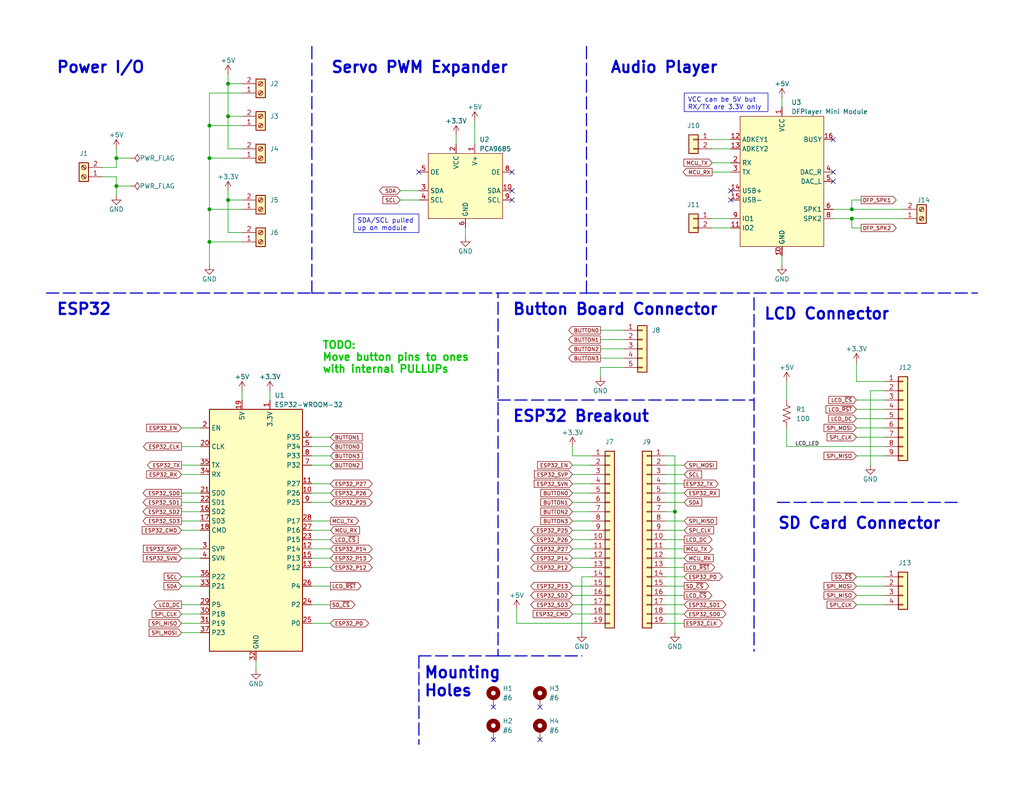
<source format=kicad_sch>
(kicad_sch (version 20230121) (generator eeschema)
  (paper "A")
  (title_block (title "WALL-E Carrier Board") (date "2023-11-06") (rev "0") (comment 1 "Isaac Rex"))
  (lib_symbols
    (symbol "Connector:Screw_Terminal_01x02" (pin_names (offset 1.016) hide)
      (property "Reference" "J" (at 0 2.54 0))
      (property "Value" "Screw_Terminal_01x02" (at 0 -5.08 0))
      (symbol "Screw_Terminal_01x02_1_1"
        (rectangle (start -1.27 1.27) (end 1.27 -3.81) (stroke (width 0.254)) (fill (type background)))
        (circle (center 0 -2.54) (radius 0.635) (stroke (width 0.1524)))
        (polyline (pts (xy -0.5334 -2.2098) (xy 0.3302 -3.048)) (stroke (width 0.1524)))
        (polyline (pts (xy -0.5334 0.3302) (xy 0.3302 -0.508)) (stroke (width 0.1524)))
        (polyline (pts (xy -0.3556 -2.032) (xy 0.508 -2.8702)) (stroke (width 0.1524)))
        (polyline (pts (xy -0.3556 0.508) (xy 0.508 -0.3302)) (stroke (width 0.1524)))
        (circle (center 0 0) (radius 0.635) (stroke (width 0.1524)))
        (pin passive line (at -5.08 0 0) (length 3.81) (name "Pin_1") (number "1"))
        (pin passive line (at -5.08 -2.54 0) (length 3.81) (name "Pin_2") (number "2"))
      )
    )
    (symbol "Connector_Generic:Conn_01x02" (pin_names (offset 1.016) hide)
      (property "Reference" "J" (at 0 2.54 0))
      (property "Value" "Conn_01x02" (at 0 -5.08 0))
      (symbol "Conn_01x02_1_1"
        (rectangle (start -1.27 -2.413) (end 0 -2.667) (stroke (width 0.1524)))
        (rectangle (start -1.27 0.127) (end 0 -0.127) (stroke (width 0.1524)))
        (rectangle (start -1.27 1.27) (end 1.27 -3.81) (stroke (width 0.254)) (fill (type background)))
        (pin passive line (at -5.08 0 0) (length 3.81) (name "Pin_1") (number "1"))
        (pin passive line (at -5.08 -2.54 0) (length 3.81) (name "Pin_2") (number "2"))
      )
    )
    (symbol "Connector_Generic:Conn_01x04" (pin_names (offset 1.016) hide)
      (property "Reference" "J" (at 0 5.08 0))
      (property "Value" "Conn_01x04" (at 0 -7.62 0))
      (symbol "Conn_01x04_1_1"
        (rectangle (start -1.27 -4.953) (end 0 -5.207) (stroke (width 0.1524)))
        (rectangle (start -1.27 -2.413) (end 0 -2.667) (stroke (width 0.1524)))
        (rectangle (start -1.27 0.127) (end 0 -0.127) (stroke (width 0.1524)))
        (rectangle (start -1.27 2.667) (end 0 2.413) (stroke (width 0.1524)))
        (rectangle (start -1.27 3.81) (end 1.27 -6.35) (stroke (width 0.254)) (fill (type background)))
        (pin passive line (at -5.08 2.54 0) (length 3.81) (name "Pin_1") (number "1"))
        (pin passive line (at -5.08 0 0) (length 3.81) (name "Pin_2") (number "2"))
        (pin passive line (at -5.08 -2.54 0) (length 3.81) (name "Pin_3") (number "3"))
        (pin passive line (at -5.08 -5.08 0) (length 3.81) (name "Pin_4") (number "4"))
      )
    )
    (symbol "Connector_Generic:Conn_01x05" (pin_names (offset 1.016) hide)
      (property "Reference" "J" (at 0 7.62 0))
      (property "Value" "Conn_01x05" (at 0 -7.62 0))
      (symbol "Conn_01x05_1_1"
        (rectangle (start -1.27 -4.953) (end 0 -5.207) (stroke (width 0.1524)))
        (rectangle (start -1.27 -2.413) (end 0 -2.667) (stroke (width 0.1524)))
        (rectangle (start -1.27 0.127) (end 0 -0.127) (stroke (width 0.1524)))
        (rectangle (start -1.27 2.667) (end 0 2.413) (stroke (width 0.1524)))
        (rectangle (start -1.27 5.207) (end 0 4.953) (stroke (width 0.1524)))
        (rectangle (start -1.27 6.35) (end 1.27 -6.35) (stroke (width 0.254)) (fill (type background)))
        (pin passive line (at -5.08 5.08 0) (length 3.81) (name "Pin_1") (number "1"))
        (pin passive line (at -5.08 2.54 0) (length 3.81) (name "Pin_2") (number "2"))
        (pin passive line (at -5.08 0 0) (length 3.81) (name "Pin_3") (number "3"))
        (pin passive line (at -5.08 -2.54 0) (length 3.81) (name "Pin_4") (number "4"))
        (pin passive line (at -5.08 -5.08 0) (length 3.81) (name "Pin_5") (number "5"))
      )
    )
    (symbol "Connector_Generic:Conn_01x09" (pin_names (offset 1.016) hide)
      (property "Reference" "J" (at 0 12.7 0))
      (property "Value" "Conn_01x09" (at 0 -12.7 0))
      (symbol "Conn_01x09_1_1"
        (rectangle (start -1.27 -10.033) (end 0 -10.287) (stroke (width 0.1524)))
        (rectangle (start -1.27 -7.493) (end 0 -7.747) (stroke (width 0.1524)))
        (rectangle (start -1.27 -4.953) (end 0 -5.207) (stroke (width 0.1524)))
        (rectangle (start -1.27 -2.413) (end 0 -2.667) (stroke (width 0.1524)))
        (rectangle (start -1.27 0.127) (end 0 -0.127) (stroke (width 0.1524)))
        (rectangle (start -1.27 2.667) (end 0 2.413) (stroke (width 0.1524)))
        (rectangle (start -1.27 5.207) (end 0 4.953) (stroke (width 0.1524)))
        (rectangle (start -1.27 7.747) (end 0 7.493) (stroke (width 0.1524)))
        (rectangle (start -1.27 10.287) (end 0 10.033) (stroke (width 0.1524)))
        (rectangle (start -1.27 11.43) (end 1.27 -11.43) (stroke (width 0.254)) (fill (type background)))
        (pin passive line (at -5.08 10.16 0) (length 3.81) (name "Pin_1") (number "1"))
        (pin passive line (at -5.08 7.62 0) (length 3.81) (name "Pin_2") (number "2"))
        (pin passive line (at -5.08 5.08 0) (length 3.81) (name "Pin_3") (number "3"))
        (pin passive line (at -5.08 2.54 0) (length 3.81) (name "Pin_4") (number "4"))
        (pin passive line (at -5.08 0 0) (length 3.81) (name "Pin_5") (number "5"))
        (pin passive line (at -5.08 -2.54 0) (length 3.81) (name "Pin_6") (number "6"))
        (pin passive line (at -5.08 -5.08 0) (length 3.81) (name "Pin_7") (number "7"))
        (pin passive line (at -5.08 -7.62 0) (length 3.81) (name "Pin_8") (number "8"))
        (pin passive line (at -5.08 -10.16 0) (length 3.81) (name "Pin_9") (number "9"))
      )
    )
    (symbol "Connector_Generic:Conn_01x19" (pin_names (offset 1.016) hide)
      (property "Reference" "J" (at 0 25.4 0))
      (property "Value" "Conn_01x19" (at 0 -25.4 0))
      (symbol "Conn_01x19_1_1"
        (rectangle (start -1.27 -22.733) (end 0 -22.987) (stroke (width 0.1524)))
        (rectangle (start -1.27 -20.193) (end 0 -20.447) (stroke (width 0.1524)))
        (rectangle (start -1.27 -17.653) (end 0 -17.907) (stroke (width 0.1524)))
        (rectangle (start -1.27 -15.113) (end 0 -15.367) (stroke (width 0.1524)))
        (rectangle (start -1.27 -12.573) (end 0 -12.827) (stroke (width 0.1524)))
        (rectangle (start -1.27 -10.033) (end 0 -10.287) (stroke (width 0.1524)))
        (rectangle (start -1.27 -7.493) (end 0 -7.747) (stroke (width 0.1524)))
        (rectangle (start -1.27 -4.953) (end 0 -5.207) (stroke (width 0.1524)))
        (rectangle (start -1.27 -2.413) (end 0 -2.667) (stroke (width 0.1524)))
        (rectangle (start -1.27 0.127) (end 0 -0.127) (stroke (width 0.1524)))
        (rectangle (start -1.27 2.667) (end 0 2.413) (stroke (width 0.1524)))
        (rectangle (start -1.27 5.207) (end 0 4.953) (stroke (width 0.1524)))
        (rectangle (start -1.27 7.747) (end 0 7.493) (stroke (width 0.1524)))
        (rectangle (start -1.27 10.287) (end 0 10.033) (stroke (width 0.1524)))
        (rectangle (start -1.27 12.827) (end 0 12.573) (stroke (width 0.1524)))
        (rectangle (start -1.27 15.367) (end 0 15.113) (stroke (width 0.1524)))
        (rectangle (start -1.27 17.907) (end 0 17.653) (stroke (width 0.1524)))
        (rectangle (start -1.27 20.447) (end 0 20.193) (stroke (width 0.1524)))
        (rectangle (start -1.27 22.987) (end 0 22.733) (stroke (width 0.1524)))
        (rectangle (start -1.27 24.13) (end 1.27 -24.13) (stroke (width 0.254)) (fill (type background)))
        (pin passive line (at -5.08 22.86 0) (length 3.81) (name "Pin_1") (number "1"))
        (pin passive line (at -5.08 0 0) (length 3.81) (name "Pin_10") (number "10"))
        (pin passive line (at -5.08 -2.54 0) (length 3.81) (name "Pin_11") (number "11"))
        (pin passive line (at -5.08 -5.08 0) (length 3.81) (name "Pin_12") (number "12"))
        (pin passive line (at -5.08 -7.62 0) (length 3.81) (name "Pin_13") (number "13"))
        (pin passive line (at -5.08 -10.16 0) (length 3.81) (name "Pin_14") (number "14"))
        (pin passive line (at -5.08 -12.7 0) (length 3.81) (name "Pin_15") (number "15"))
        (pin passive line (at -5.08 -15.24 0) (length 3.81) (name "Pin_16") (number "16"))
        (pin passive line (at -5.08 -17.78 0) (length 3.81) (name "Pin_17") (number "17"))
        (pin passive line (at -5.08 -20.32 0) (length 3.81) (name "Pin_18") (number "18"))
        (pin passive line (at -5.08 -22.86 0) (length 3.81) (name "Pin_19") (number "19"))
        (pin passive line (at -5.08 20.32 0) (length 3.81) (name "Pin_2") (number "2"))
        (pin passive line (at -5.08 17.78 0) (length 3.81) (name "Pin_3") (number "3"))
        (pin passive line (at -5.08 15.24 0) (length 3.81) (name "Pin_4") (number "4"))
        (pin passive line (at -5.08 12.7 0) (length 3.81) (name "Pin_5") (number "5"))
        (pin passive line (at -5.08 10.16 0) (length 3.81) (name "Pin_6") (number "6"))
        (pin passive line (at -5.08 7.62 0) (length 3.81) (name "Pin_7") (number "7"))
        (pin passive line (at -5.08 5.08 0) (length 3.81) (name "Pin_8") (number "8"))
        (pin passive line (at -5.08 2.54 0) (length 3.81) (name "Pin_9") (number "9"))
      )
    )
    (symbol "Device:R_US" (pin_numbers hide) (pin_names (offset 0))
      (property "Reference" "R" (at 2.54 0 90))
      (property "Value" "R_US" (at -2.54 0 90))
      (symbol "R_US_0_1"
        (polyline (pts (xy 0 -2.286) (xy 0 -2.54)))
        (polyline (pts (xy 0 2.286) (xy 0 2.54)))
        (polyline (pts (xy 0 -0.762) (xy 1.016 -1.143) (xy 0 -1.524) (xy -1.016 -1.905) (xy 0 -2.286)))
        (polyline (pts (xy 0 0.762) (xy 1.016 0.381) (xy 0 0) (xy -1.016 -0.381) (xy 0 -0.762)))
        (polyline (pts (xy 0 2.286) (xy 1.016 1.905) (xy 0 1.524) (xy -1.016 1.143) (xy 0 0.762)))
      )
      (symbol "R_US_1_1"
        (pin passive line (at 0 3.81 270) (length 1.27) (name "~") (number "1"))
        (pin passive line (at 0 -3.81 90) (length 1.27) (name "~") (number "2"))
      )
    )
    (symbol "Mechanical:MountingHole_Pad" (pin_numbers hide) (pin_names (offset 1.016) hide)
      (property "Reference" "H" (at 0 6.35 0))
      (property "Value" "MountingHole_Pad" (at 0 4.445 0))
      (symbol "MountingHole_Pad_0_1"
        (circle (center 0 1.27) (radius 1.27) (stroke (width 1.27)))
      )
      (symbol "MountingHole_Pad_1_1"
        (pin input line (at 0 -2.54 90) (length 2.54) (name "1") (number "1"))
      )
    )
    (symbol "power:+3.3V" (power) (pin_names (offset 0))
      (property "Value" "+3.3V" (at 0 3.556 0))
      (symbol "+3.3V_0_1"
        (polyline (pts (xy -0.762 1.27) (xy 0 2.54)))
        (polyline (pts (xy 0 0) (xy 0 2.54)))
        (polyline (pts (xy 0 2.54) (xy 0.762 1.27)))
      )
      (symbol "+3.3V_1_1"
        (pin power_in line (at 0 0 90) (length 0) hide (name "+3.3V") (number "1"))
      )
    )
    (symbol "power:+5V" (power) (pin_names (offset 0))
      (property "Value" "+5V" (at 0 3.556 0))
      (symbol "+5V_0_1"
        (polyline (pts (xy -0.762 1.27) (xy 0 2.54)))
        (polyline (pts (xy 0 0) (xy 0 2.54)))
        (polyline (pts (xy 0 2.54) (xy 0.762 1.27)))
      )
      (symbol "+5V_1_1"
        (pin power_in line (at 0 0 90) (length 0) hide (name "+5V") (number "1"))
      )
    )
    (symbol "power:GND" (power) (pin_names (offset 0))
      (property "Value" "GND" (at 0 -3.81 0))
      (symbol "GND_0_1"
        (polyline (pts (xy 0 0) (xy 0 -1.27) (xy 1.27 -1.27) (xy 0 -2.54) (xy -1.27 -1.27) (xy 0 -1.27)))
      )
      (symbol "GND_1_1"
        (pin power_in line (at 0 0 270) (length 0) hide (name "GND") (number "1"))
      )
    )
    (symbol "power:PWR_FLAG" (power) (pin_numbers hide) (pin_names (offset 0) hide)
      (property "Value" "PWR_FLAG" (at 0 3.81 0))
      (symbol "PWR_FLAG_0_0"
        (pin power_out line (at 0 0 90) (length 0) (name "pwr") (number "1"))
      )
      (symbol "PWR_FLAG_0_1"
        (polyline (pts (xy 0 0) (xy 0 1.27) (xy -1.016 1.905) (xy 0 2.54) (xy 1.016 1.905) (xy 0 1.27)))
      )
    )
    (symbol "walle:Adafruit_PCA9685_Module"
      (property "Reference" "U" (at -5.08 12.7 0))
      (property "Value" "PCA9685" (at -5.08 10.16 0))
      (symbol "Adafruit_PCA9685_Module_1_1"
        (rectangle (start -10.16 8.89) (end 10.16 -8.89) (fill (type background)))
        (pin power_in line (at 2.54 11.43 270) (length 2.54) (name "V+") (number "1"))
        (pin bidirectional line (at 12.7 -1.27 180) (length 2.54) (name "SDA") (number "10"))
        (pin power_in line (at -2.54 11.43 270) (length 2.54) hide (name "VCC") (number "11"))
        (pin power_in line (at 2.54 11.43 270) (length 2.54) hide (name "V+") (number "12"))
        (pin power_in line (at -2.54 11.43 270) (length 2.54) (name "VCC") (number "2"))
        (pin bidirectional line (at -12.7 -1.27 0) (length 2.54) (name "SDA") (number "3"))
        (pin input line (at -12.7 -3.81 0) (length 2.54) (name "SCL") (number "4"))
        (pin input line (at -12.7 3.81 0) (length 2.54) (name "OE") (number "5"))
        (pin power_in line (at 0 -11.43 90) (length 2.54) (name "GND") (number "6"))
        (pin power_in line (at 0 -11.43 90) (length 2.54) hide (name "GND") (number "7"))
        (pin input line (at 12.7 3.81 180) (length 2.54) (name "OE") (number "8"))
        (pin input line (at 12.7 -3.81 180) (length 2.54) (name "SCL") (number "9"))
      )
    )
    (symbol "walle:DFPlayer_Mini_Module"
      (property "Reference" "U" (at -2.54 21.59 0))
      (property "Value" "DFPlayer Mini Module" (at -2.54 19.05 0))
      (symbol "DFPlayer_Mini_Module_1_1"
        (rectangle (start -11.43 17.78) (end 11.43 -17.78) (fill (type background)))
        (pin power_in line (at 0 20.32 270) (length 2.54) (name "VCC") (number "1"))
        (pin power_in line (at 0 -20.32 90) (length 2.54) (name "GND") (number "10"))
        (pin bidirectional line (at -13.97 -12.7 0) (length 2.54) (name "IO2") (number "11"))
        (pin input line (at -13.97 11.43 0) (length 2.54) (name "ADKEY1") (number "12"))
        (pin input line (at -13.97 8.89 0) (length 2.54) (name "ADKEY2") (number "13"))
        (pin input line (at -13.97 -2.54 0) (length 2.54) (name "USB+") (number "14"))
        (pin input line (at -13.97 -5.08 0) (length 2.54) (name "USB-") (number "15"))
        (pin output line (at 13.97 11.43 180) (length 2.54) (name "BUSY") (number "16"))
        (pin input line (at -13.97 5.08 0) (length 2.54) (name "RX") (number "2"))
        (pin output line (at -13.97 2.54 0) (length 2.54) (name "TX") (number "3"))
        (pin output line (at 13.97 2.54 180) (length 2.54) (name "DAC_R") (number "4"))
        (pin output line (at 13.97 0 180) (length 2.54) (name "DAC_L") (number "5"))
        (pin output line (at 13.97 -7.62 180) (length 2.54) (name "SPK1") (number "6"))
        (pin power_in line (at 0 -20.32 90) (length 2.54) (name "GND") (number "7"))
        (pin output line (at 13.97 -10.16 180) (length 2.54) (name "SPK2") (number "8"))
        (pin bidirectional line (at -13.97 -10.16 0) (length 2.54) (name "IO1") (number "9"))
      )
    )
    (symbol "walle:ESP32-WROOM-32"
      (property "Reference" "U" (at -7.62 36.83 0))
      (property "Value" "ESP32-WROOM-32" (at -7.62 34.29 0))
      (symbol "ESP32-WROOM-32_0_1"
        (rectangle (start -12.7 33.02) (end 12.7 -33.02) (stroke (width 0.254)) (fill (type background)))
      )
      (symbol "ESP32-WROOM-32_1_1"
        (pin power_out line (at 3.81 35.56 270) (length 2.54) (name "3.3V") (number "1"))
        (pin bidirectional line (at 15.24 10.16 180) (length 2.54) (name "P26") (number "10"))
        (pin bidirectional line (at 15.24 12.7 180) (length 2.54) (name "P27") (number "11"))
        (pin bidirectional line (at 15.24 -5.08 180) (length 2.54) (name "P14") (number "12"))
        (pin bidirectional line (at 15.24 -10.16 180) (length 2.54) (name "P12") (number "13"))
        (pin power_in line (at 0 -35.56 90) (length 2.54) hide (name "GND") (number "14"))
        (pin bidirectional line (at 15.24 -7.62 180) (length 2.54) (name "P13") (number "15"))
        (pin bidirectional line (at -15.24 5.08 0) (length 2.54) (name "SD2") (number "16"))
        (pin bidirectional line (at -15.24 2.54 0) (length 2.54) (name "SD3") (number "17"))
        (pin bidirectional line (at -15.24 0 0) (length 2.54) (name "CMD") (number "18"))
        (pin power_in line (at -3.81 35.56 270) (length 2.54) (name "5V") (number "19"))
        (pin input line (at -15.24 27.94 0) (length 2.54) (name "EN") (number "2"))
        (pin output line (at -15.24 22.86 0) (length 2.54) (name "CLK") (number "20"))
        (pin bidirectional line (at -15.24 10.16 0) (length 2.54) (name "SD0") (number "21"))
        (pin bidirectional line (at -15.24 7.62 0) (length 2.54) (name "SD1") (number "22"))
        (pin bidirectional line (at 15.24 -2.54 180) (length 2.54) (name "P15") (number "23"))
        (pin bidirectional line (at 15.24 -20.32 180) (length 2.54) (name "P2") (number "24"))
        (pin bidirectional line (at 15.24 -25.4 180) (length 2.54) (name "P0") (number "25"))
        (pin bidirectional line (at 15.24 -15.24 180) (length 2.54) (name "P4") (number "26"))
        (pin bidirectional line (at 15.24 0 180) (length 2.54) (name "P16") (number "27"))
        (pin bidirectional line (at 15.24 2.54 180) (length 2.54) (name "P17") (number "28"))
        (pin bidirectional line (at -15.24 -20.32 0) (length 2.54) (name "P5") (number "29"))
        (pin bidirectional line (at -15.24 -5.08 0) (length 2.54) (name "SVP") (number "3"))
        (pin bidirectional line (at -15.24 -22.86 0) (length 2.54) (name "P18") (number "30"))
        (pin bidirectional line (at -15.24 -25.4 0) (length 2.54) (name "P19") (number "31"))
        (pin power_in line (at 0 -35.56 90) (length 2.54) (name "GND") (number "32"))
        (pin bidirectional line (at -15.24 -15.24 0) (length 2.54) (name "P21") (number "33"))
        (pin output line (at -15.24 15.24 0) (length 2.54) (name "RX") (number "34"))
        (pin output line (at -15.24 17.78 0) (length 2.54) (name "TX") (number "35"))
        (pin bidirectional line (at -15.24 -12.7 0) (length 2.54) (name "P22") (number "36"))
        (pin bidirectional line (at -15.24 -27.94 0) (length 2.54) (name "P23") (number "37"))
        (pin power_in line (at 0 -35.56 90) (length 2.54) hide (name "GND") (number "38"))
        (pin bidirectional line (at -15.24 -7.62 0) (length 2.54) (name "SVN") (number "4"))
        (pin bidirectional line (at 15.24 22.86 180) (length 2.54) (name "P34") (number "5"))
        (pin bidirectional line (at 15.24 25.4 180) (length 2.54) (name "P35") (number "6"))
        (pin bidirectional line (at 15.24 17.78 180) (length 2.54) (name "P32") (number "7"))
        (pin bidirectional line (at 15.24 20.32 180) (length 2.54) (name "P33") (number "8"))
        (pin bidirectional line (at 15.24 7.62 180) (length 2.54) (name "P25") (number "9"))
      )
    )
  )
  (junction (at 184.15 139.7))
  (junction (at 62.23 22.86))
  (junction (at 31.75 43.18))
  (junction (at 62.23 31.75))
  (junction (at 57.15 43.18))
  (junction (at 232.41 59.69))
  (junction (at 232.41 57.15))
  (junction (at 31.75 50.8))
  (junction (at 62.23 54.61))
  (junction (at 57.15 66.04))
  (junction (at 57.15 34.29))
  (junction (at 57.15 57.15))
  (no_connect (at 227.33 46.99))
  (no_connect (at 147.32 193.04))
  (no_connect (at 139.7 52.07))
  (no_connect (at 134.62 201.93))
  (no_connect (at 199.39 54.61))
  (no_connect (at 227.33 38.1))
  (no_connect (at 139.7 54.61))
  (no_connect (at 139.7 46.99))
  (no_connect (at 147.32 201.93))
  (no_connect (at 227.33 49.53))
  (no_connect (at 199.39 52.07))
  (no_connect (at 114.3 46.99))
  (no_connect (at 134.62 193.04))
  (wire (pts (xy 233.68 104.14) (xy 241.3 104.14)))
  (wire (pts (xy 237.49 106.68) (xy 237.49 127)))
  (wire (pts (xy 66.04 106.68) (xy 66.04 109.22)))
  (wire (pts (xy 49.53 167.64) (xy 54.61 167.64)))
  (wire (pts (xy 57.15 66.04) (xy 66.04 66.04)))
  (wire (pts (xy 62.23 31.75) (xy 66.04 31.75)))
  (wire (pts (xy 85.09 154.94) (xy 90.17 154.94)))
  (wire (pts (xy 233.68 160.02) (xy 241.3 160.02)))
  (wire (pts (xy 156.21 139.7) (xy 161.29 139.7)))
  (wire (pts (xy 181.61 142.24) (xy 186.69 142.24)))
  (wire (pts (xy 194.31 46.99) (xy 199.39 46.99)))
  (wire (pts (xy 49.53 134.62) (xy 54.61 134.62)))
  (polyline (pts (xy 160.02 12.7) (xy 160.02 80.01)) (stroke (width 0.3048) (type dash)))
  (wire (pts (xy 57.15 66.04) (xy 57.15 72.39)))
  (wire (pts (xy 49.53 165.1) (xy 54.61 165.1)))
  (wire (pts (xy 156.21 127) (xy 161.29 127)))
  (wire (pts (xy 62.23 52.07) (xy 62.23 54.61)))
  (wire (pts (xy 213.36 26.67) (xy 213.36 29.21)))
  (wire (pts (xy 85.09 165.1) (xy 90.17 165.1)))
  (wire (pts (xy 62.23 54.61) (xy 62.23 63.5)))
  (wire (pts (xy 156.21 162.56) (xy 161.29 162.56)))
  (wire (pts (xy 233.68 165.1) (xy 241.3 165.1)))
  (wire (pts (xy 85.09 160.02) (xy 90.17 160.02)))
  (wire (pts (xy 158.75 157.48) (xy 158.75 172.72)))
  (wire (pts (xy 57.15 25.4) (xy 57.15 34.29)))
  (wire (pts (xy 163.83 90.17) (xy 170.18 90.17)))
  (wire (pts (xy 140.97 166.37) (xy 140.97 170.18)))
  (wire (pts (xy 232.41 57.15) (xy 232.41 54.61)))
  (polyline (pts (xy 12.7 80.01) (xy 85.09 80.01)) (stroke (width 0.3048) (type dash)))
  (wire (pts (xy 85.09 147.32) (xy 90.17 147.32)))
  (wire (pts (xy 194.31 38.1) (xy 199.39 38.1)))
  (wire (pts (xy 194.31 44.45) (xy 199.39 44.45)))
  (wire (pts (xy 181.61 147.32) (xy 186.69 147.32)))
  (wire (pts (xy 27.94 48.26) (xy 31.75 48.26)))
  (wire (pts (xy 156.21 167.64) (xy 161.29 167.64)))
  (wire (pts (xy 85.09 132.08) (xy 90.17 132.08)))
  (wire (pts (xy 31.75 50.8) (xy 35.56 50.8)))
  (wire (pts (xy 49.53 121.92) (xy 54.61 121.92)))
  (wire (pts (xy 214.63 121.92) (xy 241.3 121.92)))
  (polyline (pts (xy 160.02 80.01) (xy 266.7 80.01)) (stroke (width 0.3048) (type dash)))
  (polyline (pts (xy 135.89 179.07) (xy 114.3 179.07)) (stroke (width 0.3048) (type dash)))
  (wire (pts (xy 181.61 162.56) (xy 186.69 162.56)))
  (wire (pts (xy 232.41 57.15) (xy 246.38 57.15)))
  (wire (pts (xy 156.21 142.24) (xy 161.29 142.24)))
  (wire (pts (xy 163.83 100.33) (xy 163.83 102.87)))
  (wire (pts (xy 170.18 100.33) (xy 163.83 100.33)))
  (wire (pts (xy 163.83 97.79) (xy 170.18 97.79)))
  (wire (pts (xy 233.68 109.22) (xy 241.3 109.22)))
  (wire (pts (xy 156.21 147.32) (xy 161.29 147.32)))
  (wire (pts (xy 49.53 116.84) (xy 54.61 116.84)))
  (wire (pts (xy 85.09 144.78) (xy 90.17 144.78)))
  (wire (pts (xy 227.33 57.15) (xy 232.41 57.15)))
  (wire (pts (xy 62.23 22.86) (xy 66.04 22.86)))
  (wire (pts (xy 181.61 139.7) (xy 184.15 139.7)))
  (wire (pts (xy 109.22 52.07) (xy 114.3 52.07)))
  (wire (pts (xy 181.61 154.94) (xy 186.69 154.94)))
  (wire (pts (xy 57.15 25.4) (xy 66.04 25.4)))
  (wire (pts (xy 194.31 59.69) (xy 199.39 59.69)))
  (polyline (pts (xy 212.09 137.16) (xy 261.62 137.16)) (stroke (width 0.3048) (type dash)))
  (wire (pts (xy 163.83 92.71) (xy 170.18 92.71)))
  (wire (pts (xy 49.53 137.16) (xy 54.61 137.16)))
  (wire (pts (xy 194.31 40.64) (xy 199.39 40.64)))
  (wire (pts (xy 49.53 129.54) (xy 54.61 129.54)))
  (wire (pts (xy 85.09 137.16) (xy 90.17 137.16)))
  (polyline (pts (xy 135.89 109.22) (xy 205.74 109.22)) (stroke (width 0.3048) (type dash)))
  (polyline (pts (xy 135.89 127) (xy 135.89 179.07)) (stroke (width 0.3048) (type dash)))
  (wire (pts (xy 156.21 124.46) (xy 161.29 124.46)))
  (wire (pts (xy 232.41 62.23) (xy 232.41 59.69)))
  (wire (pts (xy 156.21 132.08) (xy 161.29 132.08)))
  (wire (pts (xy 184.15 139.7) (xy 184.15 172.72)))
  (wire (pts (xy 237.49 106.68) (xy 241.3 106.68)))
  (wire (pts (xy 140.97 170.18) (xy 161.29 170.18)))
  (wire (pts (xy 31.75 43.18) (xy 31.75 40.64)))
  (wire (pts (xy 127 64.77) (xy 127 62.23)))
  (wire (pts (xy 227.33 59.69) (xy 232.41 59.69)))
  (wire (pts (xy 194.31 62.23) (xy 199.39 62.23)))
  (wire (pts (xy 233.68 111.76) (xy 241.3 111.76)))
  (wire (pts (xy 69.85 180.34) (xy 69.85 182.88)))
  (wire (pts (xy 181.61 167.64) (xy 186.69 167.64)))
  (wire (pts (xy 213.36 72.39) (xy 213.36 69.85)))
  (wire (pts (xy 49.53 152.4) (xy 54.61 152.4)))
  (wire (pts (xy 27.94 45.72) (xy 31.75 45.72)))
  (wire (pts (xy 57.15 43.18) (xy 57.15 57.15)))
  (wire (pts (xy 85.09 152.4) (xy 90.17 152.4)))
  (wire (pts (xy 129.54 33.02) (xy 129.54 39.37)))
  (wire (pts (xy 181.61 132.08) (xy 186.69 132.08)))
  (wire (pts (xy 181.61 134.62) (xy 186.69 134.62)))
  (wire (pts (xy 85.09 134.62) (xy 90.17 134.62)))
  (wire (pts (xy 181.61 157.48) (xy 186.69 157.48)))
  (wire (pts (xy 57.15 57.15) (xy 57.15 66.04)))
  (wire (pts (xy 49.53 160.02) (xy 54.61 160.02)))
  (wire (pts (xy 181.61 127) (xy 186.69 127)))
  (wire (pts (xy 181.61 144.78) (xy 186.69 144.78)))
  (wire (pts (xy 181.61 137.16) (xy 186.69 137.16)))
  (wire (pts (xy 214.63 104.14) (xy 214.63 109.22)))
  (wire (pts (xy 85.09 119.38) (xy 90.17 119.38)))
  (wire (pts (xy 31.75 48.26) (xy 31.75 50.8)))
  (wire (pts (xy 62.23 40.64) (xy 62.23 31.75)))
  (polyline (pts (xy 85.09 80.01) (xy 160.02 80.01)) (stroke (width 0.3048) (type dash)))
  (wire (pts (xy 232.41 59.69) (xy 246.38 59.69)))
  (wire (pts (xy 233.68 124.46) (xy 241.3 124.46)))
  (wire (pts (xy 49.53 142.24) (xy 54.61 142.24)))
  (polyline (pts (xy 114.3 179.07) (xy 114.3 203.2)) (stroke (width 0.3048) (type dash)))
  (wire (pts (xy 184.15 124.46) (xy 184.15 139.7)))
  (wire (pts (xy 124.46 36.83) (xy 124.46 39.37)))
  (wire (pts (xy 181.61 152.4) (xy 186.69 152.4)))
  (wire (pts (xy 31.75 50.8) (xy 31.75 53.34)))
  (wire (pts (xy 57.15 34.29) (xy 57.15 43.18)))
  (wire (pts (xy 181.61 149.86) (xy 186.69 149.86)))
  (wire (pts (xy 66.04 63.5) (xy 62.23 63.5)))
  (wire (pts (xy 49.53 127) (xy 54.61 127)))
  (wire (pts (xy 62.23 31.75) (xy 62.23 22.86)))
  (wire (pts (xy 85.09 127) (xy 90.17 127)))
  (wire (pts (xy 49.53 157.48) (xy 54.61 157.48)))
  (wire (pts (xy 156.21 129.54) (xy 161.29 129.54)))
  (wire (pts (xy 156.21 160.02) (xy 161.29 160.02)))
  (wire (pts (xy 31.75 45.72) (xy 31.75 43.18)))
  (wire (pts (xy 181.61 124.46) (xy 184.15 124.46)))
  (wire (pts (xy 156.21 154.94) (xy 161.29 154.94)))
  (wire (pts (xy 156.21 137.16) (xy 161.29 137.16)))
  (wire (pts (xy 181.61 129.54) (xy 186.69 129.54)))
  (wire (pts (xy 156.21 152.4) (xy 161.29 152.4)))
  (wire (pts (xy 31.75 43.18) (xy 35.56 43.18)))
  (wire (pts (xy 156.21 134.62) (xy 161.29 134.62)))
  (wire (pts (xy 233.68 99.06) (xy 233.68 104.14)))
  (wire (pts (xy 232.41 54.61) (xy 234.95 54.61)))
  (wire (pts (xy 49.53 144.78) (xy 54.61 144.78)))
  (wire (pts (xy 156.21 165.1) (xy 161.29 165.1)))
  (wire (pts (xy 85.09 170.18) (xy 90.17 170.18)))
  (wire (pts (xy 49.53 149.86) (xy 54.61 149.86)))
  (wire (pts (xy 156.21 149.86) (xy 161.29 149.86)))
  (wire (pts (xy 73.66 106.68) (xy 73.66 109.22)))
  (wire (pts (xy 85.09 149.86) (xy 90.17 149.86)))
  (wire (pts (xy 62.23 20.32) (xy 62.23 22.86)))
  (wire (pts (xy 109.22 54.61) (xy 114.3 54.61)))
  (wire (pts (xy 233.68 162.56) (xy 241.3 162.56)))
  (wire (pts (xy 234.95 62.23) (xy 232.41 62.23)))
  (wire (pts (xy 49.53 170.18) (xy 54.61 170.18)))
  (wire (pts (xy 85.09 142.24) (xy 90.17 142.24)))
  (polyline (pts (xy 205.74 81.28) (xy 205.74 177.8)) (stroke (width 0.3048) (type dash)))
  (wire (pts (xy 85.09 124.46) (xy 90.17 124.46)))
  (wire (pts (xy 163.83 95.25) (xy 170.18 95.25)))
  (wire (pts (xy 181.61 170.18) (xy 186.69 170.18)))
  (wire (pts (xy 62.23 54.61) (xy 66.04 54.61)))
  (wire (pts (xy 57.15 34.29) (xy 66.04 34.29)))
  (wire (pts (xy 49.53 172.72) (xy 54.61 172.72)))
  (wire (pts (xy 233.68 157.48) (xy 241.3 157.48)))
  (wire (pts (xy 85.09 121.92) (xy 90.17 121.92)))
  (polyline (pts (xy 85.09 12.7) (xy 85.09 80.01)) (stroke (width 0.3048) (type dash)))
  (wire (pts (xy 233.68 114.3) (xy 241.3 114.3)))
  (wire (pts (xy 158.75 157.48) (xy 161.29 157.48)))
  (wire (pts (xy 156.21 121.92) (xy 156.21 124.46)))
  (polyline (pts (xy 135.89 179.07) (xy 158.75 179.07)) (stroke (width 0.3048) (type dash)))
  (wire (pts (xy 57.15 43.18) (xy 66.04 43.18)))
  (wire (pts (xy 233.68 116.84) (xy 241.3 116.84)))
  (wire (pts (xy 181.61 160.02) (xy 186.69 160.02)))
  (wire (pts (xy 57.15 57.15) (xy 66.04 57.15)))
  (wire (pts (xy 156.21 144.78) (xy 161.29 144.78)))
  (wire (pts (xy 181.61 165.1) (xy 186.69 165.1)))
  (wire (pts (xy 62.23 40.64) (xy 66.04 40.64)))
  (wire (pts (xy 49.53 139.7) (xy 54.61 139.7)))
  (wire (pts (xy 214.63 116.84) (xy 214.63 121.92)))
  (wire (pts (xy 233.68 119.38) (xy 241.3 119.38)))
  (polyline (pts (xy 135.89 127) (xy 135.89 80.01)) (stroke (width 0.3048) (type dash)))
  (text_box "VCC can be 5V but RX/TX are 3.3V only" (at 186.69 25.4 0) (size 22.86 5.08) (effects (font (size 1.27 1.27)) (justify left top)))
  (text_box "TODO:\nMove button pins to ones with internal PULLUPs" (at 86.36 91.44 0) (size 43.18 13.97) (stroke (width -0.0001)) (effects (font (size 2.032 2.032) (thickness 0.4064) bold) (justify left top)))
  (text_box "SDA/SCL pulled up on module" (at 96.52 58.42 0) (size 17.78 5.08) (effects (font (size 1.27 1.27)) (justify left top)))
  (text "SD Card Connector" (at 212.09 144.78 0) (effects (font (size 3.048 3.048) (thickness 0.6096) bold) (justify left bottom)))
  (text "Mounting \nHoles" (at 115.57 190.5 0) (effects (font (size 3.048 3.048) (thickness 0.6096) bold) (justify left bottom)))
  (text "Power I/O" (at 15.24 20.32 0) (effects (font (size 3.048 3.048) (thickness 0.6096) bold) (justify left bottom)))
  (text "LCD Connector" (at 208.28 87.63 0) (effects (font (size 3.048 3.048) (thickness 0.6096) bold) (justify left bottom)))
  (text "Audio Player" (at 166.37 20.32 0) (effects (font (size 3.048 3.048) (thickness 0.6096) bold) (justify left bottom)))
  (text "Servo PWM Expander" (at 90.17 20.32 0) (effects (font (size 3.048 3.048) (thickness 0.6096) bold) (justify left bottom)))
  (text "ESP32 Breakout" (at 139.7 115.57 0) (effects (font (size 3.048 3.048) (thickness 0.6096) bold) (justify left bottom)))
  (text "Button Board Connector" (at 139.7 86.36 0) (effects (font (size 3.048 3.048) (thickness 0.6096) bold) (justify left bottom)))
  (text "ESP32" (at 15.24 86.36 0) (effects (font (size 3.048 3.048) (thickness 0.6096) bold) (justify left bottom)))
  (label "LCD_LED" (at 223.52 121.92 180) (effects (font (size 1.016 1.016))))
  (global_label "ESP32_P14" (shape bidirectional) (at 90.17 149.86 0) (effects (font (size 1.016 1.016))) (property "Intersheetrefs" "${INTERSHEET_REFS}" (effects hide)))
  (global_label "SDA" (shape bidirectional) (at 109.22 52.07 180) (effects (font (size 1.016 1.016))) (property "Intersheetrefs" "${INTERSHEET_REFS}" (effects hide)))
  (global_label "LCD_DC" (shape output) (at 49.53 165.1 180) (effects (font (size 1.016 1.016))) (property "Intersheetrefs" "${INTERSHEET_REFS}" (effects hide)))
  (global_label "ESP32_P12" (shape bidirectional) (at 156.21 154.94 180) (effects (font (size 1.016 1.016))) (property "Intersheetrefs" "${INTERSHEET_REFS}" (effects hide)))
  (global_label "SPI_MOSI" (shape input) (at 186.69 127 0) (effects (font (size 1.016 1.016))) (property "Intersheetrefs" "${INTERSHEET_REFS}" (effects hide)))
  (global_label "ESP32_P27" (shape bidirectional) (at 156.21 149.86 180) (effects (font (size 1.016 1.016))) (property "Intersheetrefs" "${INTERSHEET_REFS}" (effects hide)))
  (global_label "BUTTON1" (shape output) (at 163.83 92.71 180) (effects (font (size 1.016 1.016))) (property "Intersheetrefs" "${INTERSHEET_REFS}" (effects hide)))
  (global_label "SDA" (shape input) (at 49.53 160.02 180) (effects (font (size 1.016 1.016))) (property "Intersheetrefs" "${INTERSHEET_REFS}" (effects hide)))
  (global_label "ESP32_P14" (shape bidirectional) (at 156.21 152.4 180) (effects (font (size 1.016 1.016))) (property "Intersheetrefs" "${INTERSHEET_REFS}" (effects hide)))
  (global_label "ESP32_CLK" (shape output) (at 49.53 121.92 180) (effects (font (size 1.016 1.016))) (property "Intersheetrefs" "${INTERSHEET_REFS}" (effects hide)))
  (global_label "DFP_SPK1" (shape output) (at 234.95 54.61 0) (effects (font (size 1.016 1.016))) (property "Intersheetrefs" "${INTERSHEET_REFS}" (effects hide)))
  (global_label "ESP32_SD1" (shape output) (at 49.53 137.16 180) (effects (font (size 1.016 1.016))) (property "Intersheetrefs" "${INTERSHEET_REFS}" (effects hide)))
  (global_label "ESP32_RX" (shape input) (at 49.53 129.54 180) (effects (font (size 1.016 1.016))) (property "Intersheetrefs" "${INTERSHEET_REFS}" (effects hide)))
  (global_label "LCD_~{CS}" (shape input) (at 233.68 109.22 180) (effects (font (size 1.016 1.016))) (property "Intersheetrefs" "${INTERSHEET_REFS}" (effects hide)))
  (global_label "LCD_~{RST}" (shape output) (at 90.17 160.02 0) (effects (font (size 1.016 1.016))) (property "Intersheetrefs" "${INTERSHEET_REFS}" (effects hide)))
  (global_label "SD_~{CS}" (shape output) (at 90.17 165.1 0) (effects (font (size 1.016 1.016))) (property "Intersheetrefs" "${INTERSHEET_REFS}" (effects hide)))
  (global_label "BUTTON2" (shape output) (at 163.83 95.25 180) (effects (font (size 1.016 1.016))) (property "Intersheetrefs" "${INTERSHEET_REFS}" (effects hide)))
  (global_label "SPI_MOSI" (shape input) (at 49.53 172.72 180) (effects (font (size 1.016 1.016))) (property "Intersheetrefs" "${INTERSHEET_REFS}" (effects hide)))
  (global_label "ESP32_SVN" (shape input) (at 156.21 132.08 180) (effects (font (size 1.016 1.016))) (property "Intersheetrefs" "${INTERSHEET_REFS}" (effects hide)))
  (global_label "SPI_CLK" (shape input) (at 233.68 165.1 180) (effects (font (size 1.016 1.016))) (property "Intersheetrefs" "${INTERSHEET_REFS}" (effects hide)))
  (global_label "BUTTON3" (shape input) (at 156.21 142.24 180) (effects (font (size 1.016 1.016))) (property "Intersheetrefs" "${INTERSHEET_REFS}" (effects hide)))
  (global_label "LCD_~{RST}" (shape input) (at 233.68 111.76 180) (effects (font (size 1.016 1.016))) (property "Intersheetrefs" "${INTERSHEET_REFS}" (effects hide)))
  (global_label "MCU_RX" (shape input) (at 90.17 144.78 0) (effects (font (size 1.016 1.016))) (property "Intersheetrefs" "${INTERSHEET_REFS}" (effects hide)))
  (global_label "SDA" (shape input) (at 186.69 137.16 0) (effects (font (size 1.016 1.016))) (property "Intersheetrefs" "${INTERSHEET_REFS}" (effects hide)))
  (global_label "SCL" (shape input) (at 49.53 157.48 180) (effects (font (size 1.016 1.016))) (property "Intersheetrefs" "${INTERSHEET_REFS}" (effects hide)))
  (global_label "ESP32_P0" (shape bidirectional) (at 186.69 157.48 0) (effects (font (size 1.016 1.016))) (property "Intersheetrefs" "${INTERSHEET_REFS}" (effects hide)))
  (global_label "ESP32_TX" (shape output) (at 49.53 127 180) (effects (font (size 1.016 1.016))) (property "Intersheetrefs" "${INTERSHEET_REFS}" (effects hide)))
  (global_label "ESP32_P27" (shape bidirectional) (at 90.17 132.08 0) (effects (font (size 1.016 1.016))) (property "Intersheetrefs" "${INTERSHEET_REFS}" (effects hide)))
  (global_label "ESP32_EN" (shape input) (at 156.21 127 180) (effects (font (size 1.016 1.016))) (property "Intersheetrefs" "${INTERSHEET_REFS}" (effects hide)))
  (global_label "LCD_DC" (shape input) (at 233.68 114.3 180) (effects (font (size 1.016 1.016))) (property "Intersheetrefs" "${INTERSHEET_REFS}" (effects hide)))
  (global_label "SCL" (shape input) (at 186.69 129.54 0) (effects (font (size 1.016 1.016))) (property "Intersheetrefs" "${INTERSHEET_REFS}" (effects hide)))
  (global_label "ESP32_CMD" (shape input) (at 156.21 167.64 180) (effects (font (size 1.016 1.016))) (property "Intersheetrefs" "${INTERSHEET_REFS}" (effects hide)))
  (global_label "BUTTON0" (shape output) (at 163.83 90.17 180) (effects (font (size 1.016 1.016))) (property "Intersheetrefs" "${INTERSHEET_REFS}" (effects hide)))
  (global_label "SPI_CLK" (shape input) (at 186.69 144.78 0) (effects (font (size 1.016 1.016))) (property "Intersheetrefs" "${INTERSHEET_REFS}" (effects hide)))
  (global_label "BUTTON3" (shape input) (at 90.17 124.46 0) (effects (font (size 1.016 1.016))) (property "Intersheetrefs" "${INTERSHEET_REFS}" (effects hide)))
  (global_label "MCU_TX" (shape output) (at 186.69 149.86 0) (effects (font (size 1.016 1.016))) (property "Intersheetrefs" "${INTERSHEET_REFS}" (effects hide)))
  (global_label "LCD_~{RST}" (shape output) (at 186.69 154.94 0) (effects (font (size 1.016 1.016))) (property "Intersheetrefs" "${INTERSHEET_REFS}" (effects hide)))
  (global_label "LCD_DC" (shape output) (at 186.69 147.32 0) (effects (font (size 1.016 1.016))) (property "Intersheetrefs" "${INTERSHEET_REFS}" (effects hide)))
  (global_label "MCU_RX" (shape output) (at 194.31 46.99 180) (effects (font (size 1.016 1.016))) (property "Intersheetrefs" "${INTERSHEET_REFS}" (effects hide)))
  (global_label "MCU_TX" (shape output) (at 90.17 142.24 0) (effects (font (size 1.016 1.016))) (property "Intersheetrefs" "${INTERSHEET_REFS}" (effects hide)))
  (global_label "BUTTON2" (shape input) (at 156.21 139.7 180) (effects (font (size 1.016 1.016))) (property "Intersheetrefs" "${INTERSHEET_REFS}" (effects hide)))
  (global_label "ESP32_SVP" (shape input) (at 49.53 149.86 180) (effects (font (size 1.016 1.016))) (property "Intersheetrefs" "${INTERSHEET_REFS}" (effects hide)))
  (global_label "SPI_CLK" (shape input) (at 49.53 167.64 180) (effects (font (size 1.016 1.016))) (property "Intersheetrefs" "${INTERSHEET_REFS}" (effects hide)))
  (global_label "SD_~{CS}" (shape input) (at 233.68 157.48 180) (effects (font (size 1.016 1.016))) (property "Intersheetrefs" "${INTERSHEET_REFS}" (effects hide)))
  (global_label "LCD_~{CS}" (shape input) (at 90.17 147.32 0) (effects (font (size 1.016 1.016))) (property "Intersheetrefs" "${INTERSHEET_REFS}" (effects hide)))
  (global_label "ESP32_CMD" (shape input) (at 49.53 144.78 180) (effects (font (size 1.016 1.016))) (property "Intersheetrefs" "${INTERSHEET_REFS}" (effects hide)))
  (global_label "ESP32_SD1" (shape bidirectional) (at 186.69 165.1 0) (effects (font (size 1.016 1.016))) (property "Intersheetrefs" "${INTERSHEET_REFS}" (effects hide)))
  (global_label "SD_~{CS}" (shape output) (at 186.69 160.02 0) (effects (font (size 1.016 1.016))) (property "Intersheetrefs" "${INTERSHEET_REFS}" (effects hide)))
  (global_label "ESP32_SD3" (shape bidirectional) (at 156.21 165.1 180) (effects (font (size 1.016 1.016))) (property "Intersheetrefs" "${INTERSHEET_REFS}" (effects hide)))
  (global_label "ESP32_P26" (shape bidirectional) (at 156.21 147.32 180) (effects (font (size 1.016 1.016))) (property "Intersheetrefs" "${INTERSHEET_REFS}" (effects hide)))
  (global_label "ESP32_P12" (shape bidirectional) (at 90.17 154.94 0) (effects (font (size 1.016 1.016))) (property "Intersheetrefs" "${INTERSHEET_REFS}" (effects hide)))
  (global_label "MCU_TX" (shape input) (at 194.31 44.45 180) (effects (font (size 1.016 1.016))) (property "Intersheetrefs" "${INTERSHEET_REFS}" (effects hide)))
  (global_label "BUTTON1" (shape input) (at 156.21 137.16 180) (effects (font (size 1.016 1.016))) (property "Intersheetrefs" "${INTERSHEET_REFS}" (effects hide)))
  (global_label "ESP32_SVN" (shape input) (at 49.53 152.4 180) (effects (font (size 1.016 1.016))) (property "Intersheetrefs" "${INTERSHEET_REFS}" (effects hide)))
  (global_label "SPI_MISO" (shape input) (at 233.68 162.56 180) (effects (font (size 1.016 1.016))) (property "Intersheetrefs" "${INTERSHEET_REFS}" (effects hide)))
  (global_label "MCU_RX" (shape input) (at 186.69 152.4 0) (effects (font (size 1.016 1.016))) (property "Intersheetrefs" "${INTERSHEET_REFS}" (effects hide)))
  (global_label "BUTTON0" (shape input) (at 90.17 121.92 0) (effects (font (size 1.016 1.016))) (property "Intersheetrefs" "${INTERSHEET_REFS}" (effects hide)))
  (global_label "ESP32_P26" (shape bidirectional) (at 90.17 134.62 0) (effects (font (size 1.016 1.016))) (property "Intersheetrefs" "${INTERSHEET_REFS}" (effects hide)))
  (global_label "ESP32_P25" (shape bidirectional) (at 156.21 144.78 180) (effects (font (size 1.016 1.016))) (property "Intersheetrefs" "${INTERSHEET_REFS}" (effects hide)))
  (global_label "ESP32_CLK" (shape output) (at 186.69 170.18 0) (effects (font (size 1.016 1.016))) (property "Intersheetrefs" "${INTERSHEET_REFS}" (effects hide)))
  (global_label "ESP32_P25" (shape bidirectional) (at 90.17 137.16 0) (effects (font (size 1.016 1.016))) (property "Intersheetrefs" "${INTERSHEET_REFS}" (effects hide)))
  (global_label "ESP32_RX" (shape input) (at 186.69 134.62 0) (effects (font (size 1.016 1.016))) (property "Intersheetrefs" "${INTERSHEET_REFS}" (effects hide)))
  (global_label "ESP32_SD2" (shape bidirectional) (at 156.21 162.56 180) (effects (font (size 1.016 1.016))) (property "Intersheetrefs" "${INTERSHEET_REFS}" (effects hide)))
  (global_label "ESP32_SD0" (shape bidirectional) (at 186.69 167.64 0) (effects (font (size 1.016 1.016))) (property "Intersheetrefs" "${INTERSHEET_REFS}" (effects hide)))
  (global_label "BUTTON2" (shape input) (at 90.17 127 0) (effects (font (size 1.016 1.016))) (property "Intersheetrefs" "${INTERSHEET_REFS}" (effects hide)))
  (global_label "LCD_~{CS}" (shape output) (at 186.69 162.56 0) (effects (font (size 1.016 1.016))) (property "Intersheetrefs" "${INTERSHEET_REFS}" (effects hide)))
  (global_label "ESP32_SVP" (shape input) (at 156.21 129.54 180) (effects (font (size 1.016 1.016))) (property "Intersheetrefs" "${INTERSHEET_REFS}" (effects hide)))
  (global_label "ESP32_SD0" (shape output) (at 49.53 134.62 180) (effects (font (size 1.016 1.016))) (property "Intersheetrefs" "${INTERSHEET_REFS}" (effects hide)))
  (global_label "SPI_MOSI" (shape input) (at 233.68 160.02 180) (effects (font (size 1.016 1.016))) (property "Intersheetrefs" "${INTERSHEET_REFS}" (effects hide)))
  (global_label "ESP32_P13" (shape bidirectional) (at 90.17 152.4 0) (effects (font (size 1.016 1.016))) (property "Intersheetrefs" "${INTERSHEET_REFS}" (effects hide)))
  (global_label "SPI_MISO" (shape input) (at 186.69 142.24 0) (effects (font (size 1.016 1.016))) (property "Intersheetrefs" "${INTERSHEET_REFS}" (effects hide)))
  (global_label "BUTTON0" (shape input) (at 156.21 134.62 180) (effects (font (size 1.016 1.016))) (property "Intersheetrefs" "${INTERSHEET_REFS}" (effects hide)))
  (global_label "SPI_MISO" (shape input) (at 233.68 124.46 180) (effects (font (size 1.016 1.016))) (property "Intersheetrefs" "${INTERSHEET_REFS}" (effects hide)))
  (global_label "BUTTON1" (shape input) (at 90.17 119.38 0) (effects (font (size 1.016 1.016))) (property "Intersheetrefs" "${INTERSHEET_REFS}" (effects hide)))
  (global_label "SPI_CLK" (shape input) (at 233.68 119.38 180) (effects (font (size 1.016 1.016))) (property "Intersheetrefs" "${INTERSHEET_REFS}" (effects hide)))
  (global_label "SPI_MISO" (shape input) (at 49.53 170.18 180) (effects (font (size 1.016 1.016))) (property "Intersheetrefs" "${INTERSHEET_REFS}" (effects hide)))
  (global_label "BUTTON3" (shape output) (at 163.83 97.79 180) (effects (font (size 1.016 1.016))) (property "Intersheetrefs" "${INTERSHEET_REFS}" (effects hide)))
  (global_label "ESP32_TX" (shape output) (at 186.69 132.08 0) (effects (font (size 1.016 1.016))) (property "Intersheetrefs" "${INTERSHEET_REFS}" (effects hide)))
  (global_label "ESP32_P13" (shape bidirectional) (at 156.21 160.02 180) (effects (font (size 1.016 1.016))) (property "Intersheetrefs" "${INTERSHEET_REFS}" (effects hide)))
  (global_label "ESP32_SD2" (shape output) (at 49.53 139.7 180) (effects (font (size 1.016 1.016))) (property "Intersheetrefs" "${INTERSHEET_REFS}" (effects hide)))
  (global_label "ESP32_SD3" (shape output) (at 49.53 142.24 180) (effects (font (size 1.016 1.016))) (property "Intersheetrefs" "${INTERSHEET_REFS}" (effects hide)))
  (global_label "SCL" (shape input) (at 109.22 54.61 180) (effects (font (size 1.016 1.016))) (property "Intersheetrefs" "${INTERSHEET_REFS}" (effects hide)))
  (global_label "ESP32_P0" (shape bidirectional) (at 90.17 170.18 0) (effects (font (size 1.016 1.016))) (property "Intersheetrefs" "${INTERSHEET_REFS}" (effects hide)))
  (global_label "DFP_SPK2" (shape output) (at 234.95 62.23 0) (effects (font (size 1.016 1.016))) (property "Intersheetrefs" "${INTERSHEET_REFS}" (effects hide)))
  (global_label "ESP32_EN" (shape input) (at 49.53 116.84 180) (effects (font (size 1.016 1.016))) (property "Intersheetrefs" "${INTERSHEET_REFS}" (effects hide)))
  (global_label "SPI_MOSI" (shape input) (at 233.68 116.84 180) (effects (font (size 1.016 1.016))) (property "Intersheetrefs" "${INTERSHEET_REFS}" (effects hide)))
  (symbol (lib_id "Connector_Generic:Conn_01x05") (at 175.26 95.25 0) (unit 1)
    (property "Reference" "J8" (at 177.8 90.17 0) (effects (justify left)))
    (property "Value" "Conn_01x05" (effects hide))
    (property "Footprint" "Connector_PinHeader_2.54mm:PinHeader_1x05_P2.54mm_Vertical" (effects hide))
  )
  (symbol (lib_id "Connector:Screw_Terminal_01x02") (at 71.12 25.4 0) (mirror x) (unit 1)
    (property "Reference" "J2" (at 73.66 22.86 0) (effects (justify left)))
    (property "Value" "Screw_Terminal_01x02" (effects hide))
    (property "Footprint" "TerminalBlock_MetzConnect:TerminalBlock_MetzConnect_Type011_RT05502HBWC_1x02_P5.00mm_Horizontal" (effects hide))
  )
  (symbol (lib_id "power:+5V") (at 66.04 106.68 0) (unit 1)
    (property "Reference" "#PWR06" (effects hide))
    (property "Value" "+5V" (at 66.04 102.87 0))
  )
  (symbol (lib_id "power:+5V") (at 214.63 104.14 0) (unit 1)
    (property "Reference" "#PWR019" (effects hide))
    (property "Value" "+5V" (at 214.63 100.33 0))
  )
  (symbol (lib_id "Connector_Generic:Conn_01x19") (at 166.37 147.32 0) (unit 1)
    (property "Reference" "J7" (at 165.1 120.65 0) (effects (justify left)))
    (property "Value" "Conn_01x19" (effects hide))
    (property "Footprint" "Connector_PinHeader_2.54mm:PinHeader_1x19_P2.54mm_Vertical" (effects hide))
  )
  (symbol (lib_id "power:+5V") (at 62.23 20.32 0) (unit 1)
    (property "Reference" "#PWR04" (effects hide))
    (property "Value" "+5V" (at 62.23 16.51 0))
  )
  (symbol (lib_id "power:+3.3V") (at 233.68 99.06 0) (unit 1)
    (property "Reference" "#PWR020" (effects hide))
    (property "Value" "+3.3V" (at 233.68 95.25 0))
  )
  (symbol (lib_id "power:PWR_FLAG") (at 35.56 50.8 270) (unit 1)
    (property "Reference" "#FLG02" (effects hide))
    (property "Value" "PWR_FLAG" (at 38.1 50.8 90) (effects (justify left)))
  )
  (symbol (lib_id "power:GND") (at 237.49 127 0) (unit 1)
    (property "Reference" "#PWR021" (effects hide))
    (property "Value" "GND" (at 237.49 130.81 0))
  )
  (symbol (lib_id "Mechanical:MountingHole_Pad") (at 134.62 199.39 0) (unit 1)
    (property "Reference" "H2" (at 137.16 196.85 0) (effects (justify left)))
    (property "Value" "#6" (at 137.16 199.39 0) (effects (justify left)))
    (property "Footprint" "MountingHole:MountingHole_3.7mm_Pad" (effects hide))
  )
  (symbol (lib_id "Connector:Screw_Terminal_01x02") (at 71.12 43.18 0) (mirror x) (unit 1)
    (property "Reference" "J4" (at 73.66 40.64 0) (effects (justify left)))
    (property "Value" "Screw_Terminal_01x02" (effects hide))
    (property "Footprint" "TerminalBlock_MetzConnect:TerminalBlock_MetzConnect_Type011_RT05502HBWC_1x02_P5.00mm_Horizontal" (effects hide))
  )
  (symbol (lib_id "Mechanical:MountingHole_Pad") (at 147.32 199.39 0) (unit 1)
    (property "Reference" "H4" (at 149.86 196.85 0) (effects (justify left)))
    (property "Value" "#6" (at 149.86 199.39 0) (effects (justify left)))
    (property "Footprint" "MountingHole:MountingHole_3.7mm_Pad" (effects hide))
  )
  (symbol (lib_id "walle:DFPlayer_Mini_Module") (at 213.36 49.53 0) (unit 1)
    (property "Reference" "U3" (at 215.9 27.94 0) (effects (justify left)))
    (property "Value" "DFPlayer Mini Module" (at 215.9 30.48 0) (effects (justify left)))
    (property "Footprint" "Walle:DFPlayer Mini Module" (effects hide))
  )
  (symbol (lib_id "power:GND") (at 57.15 72.39 0) (unit 1)
    (property "Reference" "#PWR03" (effects hide))
    (property "Value" "GND" (at 57.15 76.2 0))
  )
  (symbol (lib_id "Connector_Generic:Conn_01x09") (at 246.38 114.3 0) (unit 1)
    (property "Reference" "J12" (at 245.11 100.33 0) (effects (justify left)))
    (property "Value" "Conn_01x09" (effects hide))
    (property "Footprint" "Connector_PinHeader_2.54mm:PinHeader_1x09_P2.54mm_Vertical" (effects hide))
  )
  (symbol (lib_id "power:PWR_FLAG") (at 35.56 43.18 270) (unit 1)
    (property "Reference" "#FLG01" (effects hide))
    (property "Value" "PWR_FLAG" (at 38.1 43.18 90) (effects (justify left)))
  )
  (symbol (lib_id "walle:Adafruit_PCA9685_Module") (at 127 50.8 0) (unit 1)
    (property "Reference" "U2" (at 130.81 38.1 0) (effects (justify left)))
    (property "Value" "PCA9685" (at 130.81 40.64 0) (effects (justify left)))
    (property "Footprint" "Walle:Adafruit PCA9685 rev C" (effects hide))
  )
  (symbol (lib_id "walle:ESP32-WROOM-32") (at 69.85 144.78 0) (unit 1)
    (property "Reference" "U1" (at 74.93 107.95 0) (effects (justify left)))
    (property "Value" "ESP32-WROOM-32" (at 74.93 110.49 0) (effects (justify left)))
    (property "Footprint" "Walle:HiLetgo ESP-32S Module" (effects hide))
    (property "Datasheet" "https://www.espressif.com/sites/default/files/documentation/esp32-wroom-32_datasheet_en.pdf" (effects hide))
  )
  (symbol (lib_id "power:GND") (at 184.15 172.72 0) (unit 1)
    (property "Reference" "#PWR016" (effects hide))
    (property "Value" "GND" (at 184.15 176.53 0))
  )
  (symbol (lib_id "Connector_Generic:Conn_01x02") (at 189.23 38.1 0) (mirror y) (unit 1)
    (property "Reference" "J10" (at 189.23 34.29 0))
    (property "Value" "Conn_01x02" (effects hide))
    (property "Footprint" "Connector_PinHeader_2.54mm:PinHeader_1x02_P2.54mm_Vertical" (effects hide))
  )
  (symbol (lib_id "power:+5V") (at 213.36 26.67 0) (unit 1)
    (property "Reference" "#PWR017" (effects hide))
    (property "Value" "+5V" (at 213.36 22.86 0))
  )
  (symbol (lib_id "Device:R_US") (at 214.63 113.03 0) (unit 1)
    (property "Reference" "R1" (at 217.17 111.76 0) (effects (justify left)))
    (property "Value" "100" (at 217.17 114.3 0) (effects (justify left)))
    (property "Footprint" "Resistor_THT:R_Axial_DIN0207_L6.3mm_D2.5mm_P10.16mm_Horizontal" (effects hide))
  )
  (symbol (lib_id "power:+3.3V") (at 62.23 52.07 0) (unit 1)
    (property "Reference" "#PWR05" (effects hide))
    (property "Value" "+3.3V" (at 62.23 48.26 0))
  )
  (symbol (lib_id "Connector:Screw_Terminal_01x02") (at 71.12 34.29 0) (mirror x) (unit 1)
    (property "Reference" "J3" (at 73.66 31.75 0) (effects (justify left)))
    (property "Value" "Screw_Terminal_01x02" (effects hide))
    (property "Footprint" "TerminalBlock_MetzConnect:TerminalBlock_MetzConnect_Type011_RT05502HBWC_1x02_P5.00mm_Horizontal" (effects hide))
  )
  (symbol (lib_id "power:GND") (at 163.83 102.87 0) (unit 1)
    (property "Reference" "#PWR015" (effects hide))
    (property "Value" "GND" (at 163.83 106.68 0))
  )
  (symbol (lib_id "power:GND") (at 127 64.77 0) (unit 1)
    (property "Reference" "#PWR010" (effects hide))
    (property "Value" "GND" (at 127 68.58 0))
  )
  (symbol (lib_id "power:+5V") (at 129.54 33.02 0) (unit 1)
    (property "Reference" "#PWR011" (effects hide))
    (property "Value" "+5V" (at 129.54 29.21 0))
  )
  (symbol (lib_id "Connector:Screw_Terminal_01x02") (at 22.86 48.26 180) (unit 1)
    (property "Reference" "J1" (at 22.86 41.91 0))
    (property "Value" "Screw_Terminal_01x02" (effects hide))
    (property "Footprint" "TerminalBlock_MetzConnect:TerminalBlock_MetzConnect_Type011_RT05502HBWC_1x02_P5.00mm_Horizontal" (effects hide))
  )
  (symbol (lib_id "Connector:Screw_Terminal_01x02") (at 71.12 57.15 0) (mirror x) (unit 1)
    (property "Reference" "J5" (at 73.66 54.61 0) (effects (justify left)))
    (property "Value" "Screw_Terminal_01x02" (effects hide))
    (property "Footprint" "TerminalBlock_MetzConnect:TerminalBlock_MetzConnect_Type011_RT05502HBWC_1x02_P5.00mm_Horizontal" (effects hide))
  )
  (symbol (lib_id "Mechanical:MountingHole_Pad") (at 147.32 190.5 0) (unit 1)
    (property "Reference" "H3" (at 149.86 187.96 0) (effects (justify left)))
    (property "Value" "#6" (at 149.86 190.5 0) (effects (justify left)))
    (property "Footprint" "MountingHole:MountingHole_3.7mm_Pad" (effects hide))
  )
  (symbol (lib_id "power:+3.3V") (at 156.21 121.92 0) (unit 1)
    (property "Reference" "#PWR013" (effects hide))
    (property "Value" "+3.3V" (at 156.21 118.11 0))
  )
  (symbol (lib_id "Connector_Generic:Conn_01x04") (at 246.38 160.02 0) (unit 1)
    (property "Reference" "J13" (at 245.11 153.67 0) (effects (justify left)))
    (property "Value" "Conn_01x04" (effects hide))
    (property "Footprint" "Connector_PinHeader_2.54mm:PinHeader_1x04_P2.54mm_Vertical" (effects hide))
  )
  (symbol (lib_id "Connector_Generic:Conn_01x02") (at 189.23 59.69 0) (mirror y) (unit 1)
    (property "Reference" "J11" (at 189.23 55.88 0))
    (property "Value" "Conn_01x02" (effects hide))
    (property "Footprint" "Connector_PinHeader_2.54mm:PinHeader_1x02_P2.54mm_Vertical" (effects hide))
  )
  (symbol (lib_id "Connector:Screw_Terminal_01x02") (at 251.46 59.69 0) (mirror x) (unit 1)
    (property "Reference" "J14" (at 250.19 54.61 0) (effects (justify left)))
    (property "Value" "Screw_Terminal_01x02" (effects hide))
    (property "Footprint" "TerminalBlock_MetzConnect:TerminalBlock_MetzConnect_Type011_RT05502HBWC_1x02_P5.00mm_Horizontal" (effects hide))
  )
  (symbol (lib_id "power:+5V") (at 140.97 166.37 0) (unit 1)
    (property "Reference" "#PWR012" (effects hide))
    (property "Value" "+5V" (at 140.97 162.56 0))
  )
  (symbol (lib_id "power:+5V") (at 31.75 40.64 0) (unit 1)
    (property "Reference" "#PWR01" (effects hide))
    (property "Value" "+5V" (at 31.75 36.83 0))
  )
  (symbol (lib_id "Connector_Generic:Conn_01x19") (at 176.53 147.32 0) (mirror y) (unit 1)
    (property "Reference" "J9" (at 175.26 120.65 0) (effects (justify right)))
    (property "Value" "Conn_01x19" (effects hide))
    (property "Footprint" "Connector_PinHeader_2.54mm:PinHeader_1x19_P2.54mm_Vertical" (effects hide))
  )
  (symbol (lib_id "power:GND") (at 69.85 182.88 0) (unit 1)
    (property "Reference" "#PWR07" (effects hide))
    (property "Value" "GND" (at 69.85 186.69 0))
  )
  (symbol (lib_id "power:+3.3V") (at 73.66 106.68 0) (unit 1)
    (property "Reference" "#PWR08" (effects hide))
    (property "Value" "+3.3V" (at 73.66 102.87 0))
  )
  (symbol (lib_id "power:GND") (at 31.75 53.34 0) (unit 1)
    (property "Reference" "#PWR02" (effects hide))
    (property "Value" "GND" (at 31.75 57.15 0))
  )
  (symbol (lib_id "Connector:Screw_Terminal_01x02") (at 71.12 66.04 0) (mirror x) (unit 1)
    (property "Reference" "J6" (at 73.66 63.5 0) (effects (justify left)))
    (property "Value" "Screw_Terminal_01x02" (effects hide))
    (property "Footprint" "TerminalBlock_MetzConnect:TerminalBlock_MetzConnect_Type011_RT05502HBWC_1x02_P5.00mm_Horizontal" (effects hide))
  )
  (symbol (lib_id "Mechanical:MountingHole_Pad") (at 134.62 190.5 0) (unit 1)
    (property "Reference" "H1" (at 137.16 187.96 0) (effects (justify left)))
    (property "Value" "#6" (at 137.16 190.5 0) (effects (justify left)))
    (property "Footprint" "MountingHole:MountingHole_3.7mm_Pad" (effects hide))
  )
  (symbol (lib_id "power:GND") (at 213.36 72.39 0) (unit 1)
    (property "Reference" "#PWR018" (effects hide))
    (property "Value" "GND" (at 213.36 76.2 0))
  )
  (symbol (lib_id "power:GND") (at 158.75 172.72 0) (unit 1)
    (property "Reference" "#PWR014" (effects hide))
    (property "Value" "GND" (at 158.75 176.53 0))
  )
  (symbol (lib_id "power:+3.3V") (at 124.46 36.83 0) (unit 1)
    (property "Reference" "#PWR09" (effects hide))
    (property "Value" "+3.3V" (at 124.46 33.02 0))
  )
)
</source>
